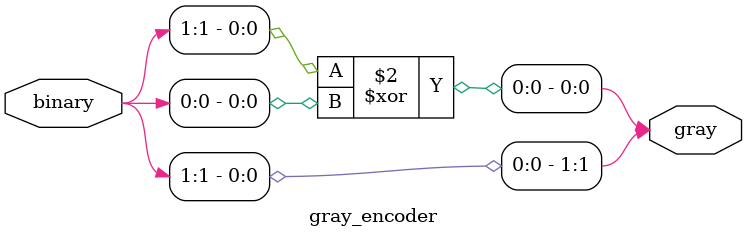
<source format=v>
module gray_encoder(
  input [1:0] binary,
  output reg [1:0] gray
);
  always @(*) begin
    gray[1] = binary[1];                
    gray[0] = binary[1] ^ binary[0];  
  end
endmodule
</source>
